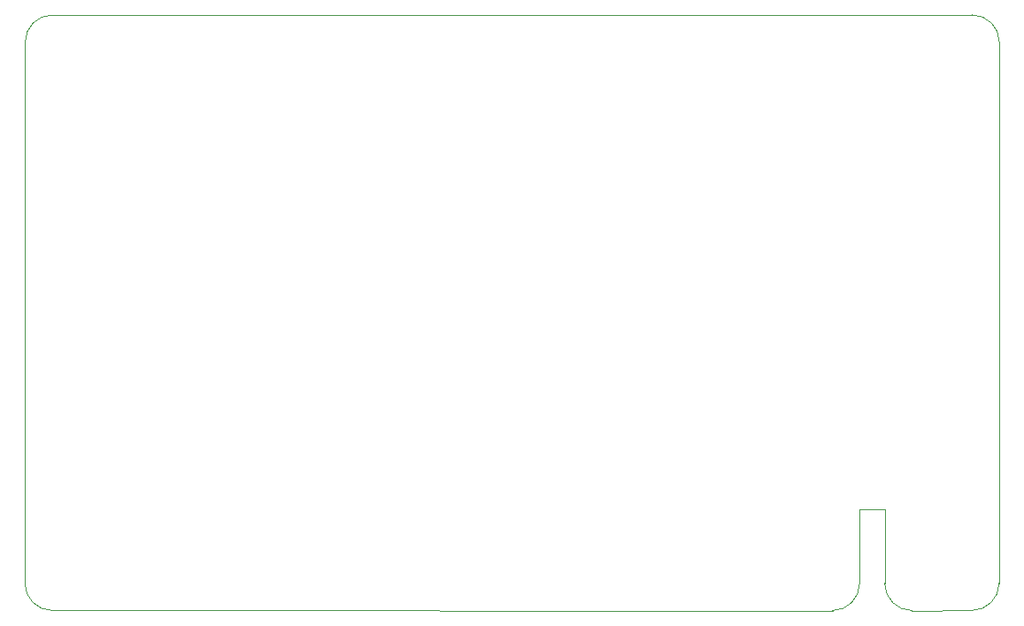
<source format=gm1>
G04 #@! TF.GenerationSoftware,KiCad,Pcbnew,7.0.11-2.fc39*
G04 #@! TF.CreationDate,2024-05-02T20:43:30+03:00*
G04 #@! TF.ProjectId,mainboard_v1.1,6d61696e-626f-4617-9264-5f76312e312e,rev?*
G04 #@! TF.SameCoordinates,Original*
G04 #@! TF.FileFunction,Profile,NP*
%FSLAX46Y46*%
G04 Gerber Fmt 4.6, Leading zero omitted, Abs format (unit mm)*
G04 Created by KiCad (PCBNEW 7.0.11-2.fc39) date 2024-05-02 20:43:30*
%MOMM*%
%LPD*%
G01*
G04 APERTURE LIST*
G04 #@! TA.AperFunction,Profile*
%ADD10C,0.100000*%
G04 #@! TD*
G04 APERTURE END LIST*
D10*
X208730000Y-89520000D02*
G75*
G03*
X211330000Y-92120000I2600000J0D01*
G01*
X219698478Y-37690000D02*
X219676250Y-89503750D01*
X206330000Y-82390000D02*
X208730000Y-82390000D01*
X206330000Y-89520000D02*
X206330000Y-82390000D01*
X208730000Y-82390000D02*
X208730000Y-89520000D01*
X203730000Y-92120000D02*
X129076250Y-92103750D01*
X129098478Y-35090078D02*
G75*
G03*
X126498478Y-37690000I-78J-2599922D01*
G01*
X126476250Y-89503750D02*
G75*
G03*
X129076250Y-92103750I2599950J-50D01*
G01*
X129098478Y-35090000D02*
X217098478Y-35090000D01*
X219698500Y-37690000D02*
G75*
G03*
X217098478Y-35090000I-2600000J0D01*
G01*
X217076250Y-92103750D02*
G75*
G03*
X219676250Y-89503750I50J2599950D01*
G01*
X211330000Y-92120000D02*
X217076250Y-92103750D01*
X203730000Y-92120000D02*
G75*
G03*
X206330000Y-89520000I0J2600000D01*
G01*
X126476250Y-89503750D02*
X126498478Y-37690000D01*
M02*

</source>
